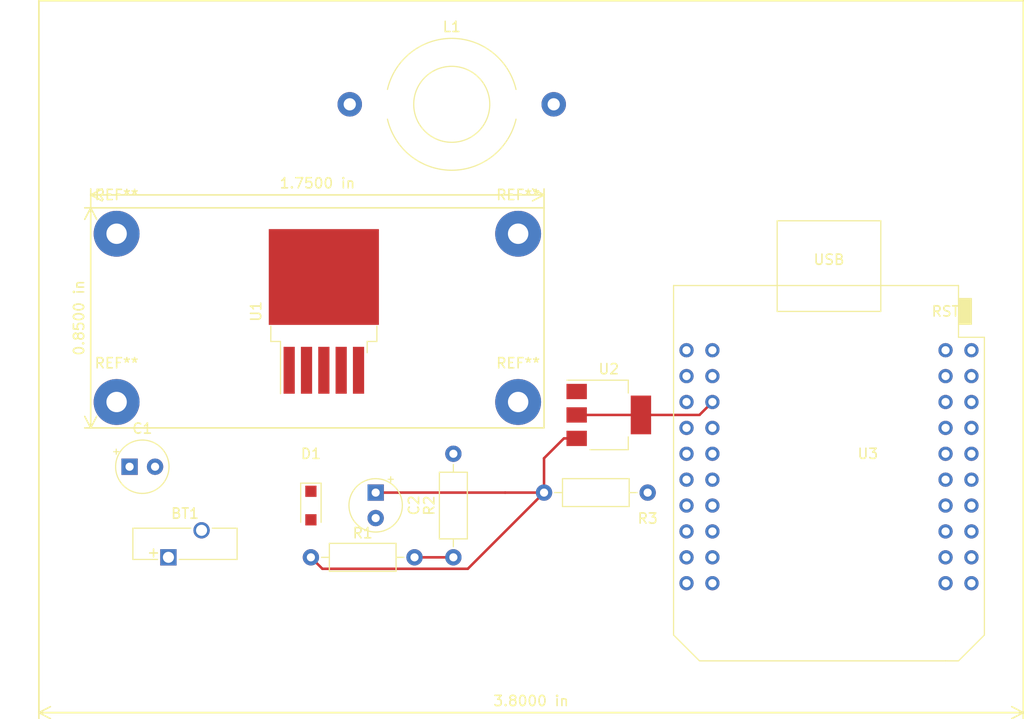
<source format=kicad_pcb>
(kicad_pcb (version 20171130) (host pcbnew 5.1.5+dfsg1-2build2)

  (general
    (thickness 1.6)
    (drawings 16)
    (tracks 13)
    (zones 0)
    (modules 15)
    (nets 43)
  )

  (page A4)
  (layers
    (0 F.Cu signal)
    (31 B.Cu signal)
    (32 B.Adhes user)
    (33 F.Adhes user)
    (34 B.Paste user)
    (35 F.Paste user)
    (36 B.SilkS user)
    (37 F.SilkS user)
    (38 B.Mask user)
    (39 F.Mask user)
    (40 Dwgs.User user)
    (41 Cmts.User user)
    (42 Eco1.User user)
    (43 Eco2.User user)
    (44 Edge.Cuts user)
    (45 Margin user)
    (46 B.CrtYd user)
    (47 F.CrtYd user)
    (48 B.Fab user)
    (49 F.Fab user)
  )

  (setup
    (last_trace_width 0.25)
    (trace_clearance 0.2)
    (zone_clearance 0.508)
    (zone_45_only no)
    (trace_min 0.2)
    (via_size 0.8)
    (via_drill 0.4)
    (via_min_size 0.4)
    (via_min_drill 0.3)
    (uvia_size 0.3)
    (uvia_drill 0.1)
    (uvias_allowed no)
    (uvia_min_size 0.2)
    (uvia_min_drill 0.1)
    (edge_width 0.1)
    (segment_width 0.2)
    (pcb_text_width 0.3)
    (pcb_text_size 1.5 1.5)
    (mod_edge_width 0.15)
    (mod_text_size 1 1)
    (mod_text_width 0.15)
    (pad_size 4.50088 4.50088)
    (pad_drill 2)
    (pad_to_mask_clearance 0)
    (aux_axis_origin 0 0)
    (visible_elements FFFFFF7F)
    (pcbplotparams
      (layerselection 0x010fc_ffffffff)
      (usegerberextensions false)
      (usegerberattributes false)
      (usegerberadvancedattributes false)
      (creategerberjobfile false)
      (excludeedgelayer true)
      (linewidth 0.100000)
      (plotframeref false)
      (viasonmask false)
      (mode 1)
      (useauxorigin false)
      (hpglpennumber 1)
      (hpglpenspeed 20)
      (hpglpendiameter 15.000000)
      (psnegative false)
      (psa4output false)
      (plotreference true)
      (plotvalue true)
      (plotinvisibletext false)
      (padsonsilk false)
      (subtractmaskfromsilk false)
      (outputformat 1)
      (mirror false)
      (drillshape 1)
      (scaleselection 1)
      (outputdirectory ""))
  )

  (net 0 "")
  (net 1 GND)
  (net 2 "Net-(BT1-Pad1)")
  (net 3 "Net-(C2-Pad1)")
  (net 4 "Net-(D1-Pad1)")
  (net 5 "Net-(R1-Pad2)")
  (net 6 "Net-(U2-Pad2)")
  (net 7 "Net-(U3-Pad40)")
  (net 8 "Net-(U3-Pad39)")
  (net 9 "Net-(U3-Pad38)")
  (net 10 "Net-(U3-Pad37)")
  (net 11 "Net-(U3-Pad36)")
  (net 12 "Net-(U3-Pad34)")
  (net 13 "Net-(U3-Pad32)")
  (net 14 "Net-(U3-Pad31)")
  (net 15 "Net-(U3-Pad30)")
  (net 16 "Net-(U3-Pad29)")
  (net 17 "Net-(U3-Pad28)")
  (net 18 "Net-(U3-Pad27)")
  (net 19 "Net-(U3-Pad26)")
  (net 20 "Net-(U3-Pad25)")
  (net 21 "Net-(U3-Pad24)")
  (net 22 "Net-(U3-Pad23)")
  (net 23 "Net-(U3-Pad21)")
  (net 24 "Net-(U3-Pad20)")
  (net 25 "Net-(U3-Pad19)")
  (net 26 "Net-(U3-Pad18)")
  (net 27 "Net-(U3-Pad17)")
  (net 28 "Net-(U3-Pad16)")
  (net 29 "Net-(U3-Pad15)")
  (net 30 "Net-(U3-Pad14)")
  (net 31 "Net-(U3-Pad13)")
  (net 32 "Net-(U3-Pad12)")
  (net 33 "Net-(U3-Pad11)")
  (net 34 "Net-(U3-Pad10)")
  (net 35 "Net-(U3-Pad9)")
  (net 36 "Net-(U3-Pad8)")
  (net 37 "Net-(U3-Pad7)")
  (net 38 "Net-(U3-Pad6)")
  (net 39 "Net-(U3-Pad5)")
  (net 40 "Net-(U3-Pad4)")
  (net 41 "Net-(U3-Pad3)")
  (net 42 "Net-(U3-Pad2)")

  (net_class Default "This is the default net class."
    (clearance 0.2)
    (trace_width 0.25)
    (via_dia 0.8)
    (via_drill 0.4)
    (uvia_dia 0.3)
    (uvia_drill 0.1)
    (add_net GND)
    (add_net "Net-(BT1-Pad1)")
    (add_net "Net-(C2-Pad1)")
    (add_net "Net-(D1-Pad1)")
    (add_net "Net-(R1-Pad2)")
    (add_net "Net-(U2-Pad2)")
    (add_net "Net-(U3-Pad10)")
    (add_net "Net-(U3-Pad11)")
    (add_net "Net-(U3-Pad12)")
    (add_net "Net-(U3-Pad13)")
    (add_net "Net-(U3-Pad14)")
    (add_net "Net-(U3-Pad15)")
    (add_net "Net-(U3-Pad16)")
    (add_net "Net-(U3-Pad17)")
    (add_net "Net-(U3-Pad18)")
    (add_net "Net-(U3-Pad19)")
    (add_net "Net-(U3-Pad2)")
    (add_net "Net-(U3-Pad20)")
    (add_net "Net-(U3-Pad21)")
    (add_net "Net-(U3-Pad23)")
    (add_net "Net-(U3-Pad24)")
    (add_net "Net-(U3-Pad25)")
    (add_net "Net-(U3-Pad26)")
    (add_net "Net-(U3-Pad27)")
    (add_net "Net-(U3-Pad28)")
    (add_net "Net-(U3-Pad29)")
    (add_net "Net-(U3-Pad3)")
    (add_net "Net-(U3-Pad30)")
    (add_net "Net-(U3-Pad31)")
    (add_net "Net-(U3-Pad32)")
    (add_net "Net-(U3-Pad34)")
    (add_net "Net-(U3-Pad36)")
    (add_net "Net-(U3-Pad37)")
    (add_net "Net-(U3-Pad38)")
    (add_net "Net-(U3-Pad39)")
    (add_net "Net-(U3-Pad4)")
    (add_net "Net-(U3-Pad40)")
    (add_net "Net-(U3-Pad5)")
    (add_net "Net-(U3-Pad6)")
    (add_net "Net-(U3-Pad7)")
    (add_net "Net-(U3-Pad8)")
    (add_net "Net-(U3-Pad9)")
  )

  (module Connector_Wire:SolderWirePad_1x01_Drill2mm (layer F.Cu) (tedit 5AEE5ED2) (tstamp 608281A4)
    (at 193.04 125.73)
    (descr "Wire solder connection")
    (tags connector)
    (attr virtual)
    (fp_text reference REF** (at 0 -3.81) (layer F.SilkS)
      (effects (font (size 1 1) (thickness 0.15)))
    )
    (fp_text value SolderWirePad_1x01_Drill2mm (at 0 3.81) (layer F.Fab)
      (effects (font (size 1 1) (thickness 0.15)))
    )
    (fp_line (start 2.75 2.75) (end -2.75 2.75) (layer F.CrtYd) (width 0.05))
    (fp_line (start 2.75 2.75) (end 2.75 -2.75) (layer F.CrtYd) (width 0.05))
    (fp_line (start -2.75 -2.75) (end -2.75 2.75) (layer F.CrtYd) (width 0.05))
    (fp_line (start -2.75 -2.75) (end 2.75 -2.75) (layer F.CrtYd) (width 0.05))
    (fp_text user %R (at 0 0) (layer F.Fab)
      (effects (font (size 1 1) (thickness 0.15)))
    )
    (pad 1 thru_hole circle (at 0 0) (size 4.50088 4.50088) (drill 1.99898) (layers *.Cu *.Mask))
  )

  (module Connector_Wire:SolderWirePad_1x01_Drill2mm (layer F.Cu) (tedit 5AEE5ED2) (tstamp 60828192)
    (at 232.41 125.73)
    (descr "Wire solder connection")
    (tags connector)
    (attr virtual)
    (fp_text reference REF** (at 0 -3.81) (layer F.SilkS)
      (effects (font (size 1 1) (thickness 0.15)))
    )
    (fp_text value SolderWirePad_1x01_Drill2mm (at 0 3.81) (layer F.Fab)
      (effects (font (size 1 1) (thickness 0.15)))
    )
    (fp_text user %R (at 0 0) (layer F.Fab)
      (effects (font (size 1 1) (thickness 0.15)))
    )
    (fp_line (start -2.75 -2.75) (end 2.75 -2.75) (layer F.CrtYd) (width 0.05))
    (fp_line (start -2.75 -2.75) (end -2.75 2.75) (layer F.CrtYd) (width 0.05))
    (fp_line (start 2.75 2.75) (end 2.75 -2.75) (layer F.CrtYd) (width 0.05))
    (fp_line (start 2.75 2.75) (end -2.75 2.75) (layer F.CrtYd) (width 0.05))
    (pad 1 thru_hole circle (at 0 0) (size 4.50088 4.50088) (drill 1.99898) (layers *.Cu *.Mask))
  )

  (module Connector_Wire:SolderWirePad_1x01_Drill2mm (layer F.Cu) (tedit 608468DD) (tstamp 60828173)
    (at 232.41 109.22)
    (descr "Wire solder connection")
    (tags connector)
    (attr virtual)
    (fp_text reference REF** (at 0 -3.81) (layer F.SilkS)
      (effects (font (size 1 1) (thickness 0.15)))
    )
    (fp_text value SolderWirePad_1x01_Drill2mm (at 0 3.81) (layer F.Fab)
      (effects (font (size 1 1) (thickness 0.15)))
    )
    (fp_line (start 2.75 2.75) (end -2.75 2.75) (layer F.CrtYd) (width 0.05))
    (fp_line (start 2.75 2.75) (end 2.75 -2.75) (layer F.CrtYd) (width 0.05))
    (fp_line (start -2.75 -2.75) (end -2.75 2.75) (layer F.CrtYd) (width 0.05))
    (fp_line (start -2.75 -2.75) (end 2.75 -2.75) (layer F.CrtYd) (width 0.05))
    (fp_text user %R (at 0 0) (layer F.Fab)
      (effects (font (size 1 1) (thickness 0.15)))
    )
    (pad 1 thru_hole circle (at 0 0) (size 4.50088 4.50088) (drill 2) (layers *.Cu *.Mask))
  )

  (module Connector_Wire:SolderWirePad_1x01_Drill2mm (layer F.Cu) (tedit 5AEE5ED2) (tstamp 60827C36)
    (at 193.04 109.22)
    (descr "Wire solder connection")
    (tags connector)
    (attr virtual)
    (fp_text reference REF** (at 0 -3.81) (layer F.SilkS)
      (effects (font (size 1 1) (thickness 0.15)))
    )
    (fp_text value SolderWirePad_1x01_Drill2mm (at 0 3.81) (layer F.Fab)
      (effects (font (size 1 1) (thickness 0.15)))
    )
    (fp_line (start 2.75 2.75) (end -2.75 2.75) (layer F.CrtYd) (width 0.05))
    (fp_line (start 2.75 2.75) (end 2.75 -2.75) (layer F.CrtYd) (width 0.05))
    (fp_line (start -2.75 -2.75) (end -2.75 2.75) (layer F.CrtYd) (width 0.05))
    (fp_line (start -2.75 -2.75) (end 2.75 -2.75) (layer F.CrtYd) (width 0.05))
    (fp_text user %R (at 0 0) (layer F.Fab)
      (effects (font (size 1 1) (thickness 0.15)))
    )
    (pad 1 thru_hole circle (at 0 0) (size 4.50088 4.50088) (drill 1.99898) (layers *.Cu *.Mask))
  )

  (module Battery:Battery_Panasonic_CR1025-VSK_Vertical_CircularHoles (layer F.Cu) (tedit 5C8577D9) (tstamp 6081A879)
    (at 198.12 140.97)
    (descr "Panasonic CR-1025/VSK battery, https://industrial.panasonic.com/cdbs/www-data/pdf2/AAA4000/AAA4000D140.pdf")
    (tags "battery CR-1025 coin cell vertical")
    (path /6080E9BF)
    (fp_text reference BT1 (at 1.625 -4.3) (layer F.SilkS)
      (effects (font (size 1 1) (thickness 0.15)))
    )
    (fp_text value 40.8V (at 1.625 1.7) (layer F.Fab)
      (effects (font (size 1 1) (thickness 0.15)))
    )
    (fp_text user %R (at 1.625 -1.3 180) (layer F.Fab)
      (effects (font (size 1 1) (thickness 0.15)))
    )
    (fp_line (start 4.31 -2.86) (end 6.735 -2.86) (layer F.SilkS) (width 0.12))
    (fp_line (start -3.485 -2.86) (end 2.19 -2.86) (layer F.SilkS) (width 0.12))
    (fp_line (start -3.485 0.21) (end -3.485 -2.86) (layer F.SilkS) (width 0.12))
    (fp_line (start 6.735 0.21) (end 6.735 -2.86) (layer F.SilkS) (width 0.12))
    (fp_line (start 1.06 0.21) (end 6.735 0.21) (layer F.SilkS) (width 0.12))
    (fp_line (start -3.485 0.21) (end -1.06 0.21) (layer F.SilkS) (width 0.12))
    (fp_line (start -3.63 -3.58) (end 6.88 -3.58) (layer F.CrtYd) (width 0.05))
    (fp_line (start -3.63 0.93) (end 6.88 0.93) (layer F.CrtYd) (width 0.05))
    (fp_line (start 6.88 -3.58) (end 6.88 0.93) (layer F.CrtYd) (width 0.05))
    (fp_line (start -3.63 -3.58) (end -3.63 0.93) (layer F.CrtYd) (width 0.05))
    (fp_line (start 6.625 -2.75) (end 6.625 0.1) (layer F.Fab) (width 0.1))
    (fp_line (start -3.375 -2.75) (end -3.375 0.1) (layer F.Fab) (width 0.1))
    (fp_line (start -3.375 -2.75) (end 6.625 -2.75) (layer F.Fab) (width 0.1))
    (fp_line (start -3.375 0.1) (end 6.625 0.1) (layer F.Fab) (width 0.1))
    (fp_text user + (at -1.46 -0.5) (layer F.SilkS)
      (effects (font (size 1 1) (thickness 0.15)))
    )
    (pad 2 thru_hole circle (at 3.25 -2.65) (size 1.6 1.6) (drill 1.09) (layers *.Cu *.Mask)
      (net 1 GND))
    (pad 1 thru_hole rect (at 0 0) (size 1.6 1.6) (drill 1.09) (layers *.Cu *.Mask)
      (net 2 "Net-(BT1-Pad1)"))
    (model ${KISYS3DMOD}/Battery.3dshapes/Battery_Panasonic_CR1025-VSK_Vertical_CircularHoles.wrl
      (at (xyz 0 0 0))
      (scale (xyz 1 1 1))
      (rotate (xyz 0 0 0))
    )
  )

  (module Capacitor_THT:CP_Radial_Tantal_D5.0mm_P2.50mm (layer F.Cu) (tedit 5AE50EF0) (tstamp 6081A887)
    (at 194.31 132.08)
    (descr "CP, Radial_Tantal series, Radial, pin pitch=2.50mm, , diameter=5.0mm, Tantal Electrolytic Capacitor, http://cdn-reichelt.de/documents/datenblatt/B300/TANTAL-TB-Serie%23.pdf")
    (tags "CP Radial_Tantal series Radial pin pitch 2.50mm  diameter 5.0mm Tantal Electrolytic Capacitor")
    (path /607F5D0A)
    (fp_text reference C1 (at 1.25 -3.75) (layer F.SilkS)
      (effects (font (size 1 1) (thickness 0.15)))
    )
    (fp_text value 470u (at 1.25 3.75) (layer F.Fab)
      (effects (font (size 1 1) (thickness 0.15)))
    )
    (fp_text user %R (at 1.25 0) (layer F.Fab)
      (effects (font (size 1 1) (thickness 0.15)))
    )
    (fp_line (start -1.304775 -1.725) (end -1.304775 -1.225) (layer F.SilkS) (width 0.12))
    (fp_line (start -1.554775 -1.475) (end -1.054775 -1.475) (layer F.SilkS) (width 0.12))
    (fp_line (start -0.633605 -1.3375) (end -0.633605 -0.8375) (layer F.Fab) (width 0.1))
    (fp_line (start -0.883605 -1.0875) (end -0.383605 -1.0875) (layer F.Fab) (width 0.1))
    (fp_circle (center 1.25 0) (end 4 0) (layer F.CrtYd) (width 0.05))
    (fp_circle (center 1.25 0) (end 3.87 0) (layer F.SilkS) (width 0.12))
    (fp_circle (center 1.25 0) (end 3.75 0) (layer F.Fab) (width 0.1))
    (pad 2 thru_hole circle (at 2.5 0) (size 1.6 1.6) (drill 0.8) (layers *.Cu *.Mask)
      (net 1 GND))
    (pad 1 thru_hole rect (at 0 0) (size 1.6 1.6) (drill 0.8) (layers *.Cu *.Mask)
      (net 2 "Net-(BT1-Pad1)"))
    (model ${KISYS3DMOD}/Capacitor_THT.3dshapes/CP_Radial_Tantal_D5.0mm_P2.50mm.wrl
      (at (xyz 0 0 0))
      (scale (xyz 1 1 1))
      (rotate (xyz 0 0 0))
    )
  )

  (module Capacitor_THT:CP_Radial_Tantal_D5.0mm_P2.50mm (layer F.Cu) (tedit 5AE50EF0) (tstamp 6081A895)
    (at 218.44 134.62 270)
    (descr "CP, Radial_Tantal series, Radial, pin pitch=2.50mm, , diameter=5.0mm, Tantal Electrolytic Capacitor, http://cdn-reichelt.de/documents/datenblatt/B300/TANTAL-TB-Serie%23.pdf")
    (tags "CP Radial_Tantal series Radial pin pitch 2.50mm  diameter 5.0mm Tantal Electrolytic Capacitor")
    (path /6080DECE)
    (fp_text reference C2 (at 1.25 -3.75 90) (layer F.SilkS)
      (effects (font (size 1 1) (thickness 0.15)))
    )
    (fp_text value 330u (at 1.25 3.75 90) (layer F.Fab)
      (effects (font (size 1 1) (thickness 0.15)))
    )
    (fp_circle (center 1.25 0) (end 3.75 0) (layer F.Fab) (width 0.1))
    (fp_circle (center 1.25 0) (end 3.87 0) (layer F.SilkS) (width 0.12))
    (fp_circle (center 1.25 0) (end 4 0) (layer F.CrtYd) (width 0.05))
    (fp_line (start -0.883605 -1.0875) (end -0.383605 -1.0875) (layer F.Fab) (width 0.1))
    (fp_line (start -0.633605 -1.3375) (end -0.633605 -0.8375) (layer F.Fab) (width 0.1))
    (fp_line (start -1.554775 -1.475) (end -1.054775 -1.475) (layer F.SilkS) (width 0.12))
    (fp_line (start -1.304775 -1.725) (end -1.304775 -1.225) (layer F.SilkS) (width 0.12))
    (fp_text user %R (at 1.25 0 90) (layer F.Fab)
      (effects (font (size 1 1) (thickness 0.15)))
    )
    (pad 1 thru_hole rect (at 0 0 270) (size 1.6 1.6) (drill 0.8) (layers *.Cu *.Mask)
      (net 3 "Net-(C2-Pad1)"))
    (pad 2 thru_hole circle (at 2.5 0 270) (size 1.6 1.6) (drill 0.8) (layers *.Cu *.Mask)
      (net 1 GND))
    (model ${KISYS3DMOD}/Capacitor_THT.3dshapes/CP_Radial_Tantal_D5.0mm_P2.50mm.wrl
      (at (xyz 0 0 0))
      (scale (xyz 1 1 1))
      (rotate (xyz 0 0 0))
    )
  )

  (module Diode_SMD:D_SOD-123F (layer F.Cu) (tedit 587F7769) (tstamp 6081A8AE)
    (at 212.09 135.89 270)
    (descr D_SOD-123F)
    (tags D_SOD-123F)
    (path /6080995B)
    (attr smd)
    (fp_text reference D1 (at -5.08 0 180) (layer F.SilkS)
      (effects (font (size 1 1) (thickness 0.15)))
    )
    (fp_text value MBRS360 (at 0 2.54 90) (layer F.Fab)
      (effects (font (size 1 1) (thickness 0.15)))
    )
    (fp_text user %R (at -3.81 0 180) (layer F.Fab)
      (effects (font (size 1 1) (thickness 0.15)))
    )
    (fp_line (start -2.2 -1) (end -2.2 1) (layer F.SilkS) (width 0.12))
    (fp_line (start 0.25 0) (end 0.75 0) (layer F.Fab) (width 0.1))
    (fp_line (start 0.25 0.4) (end -0.35 0) (layer F.Fab) (width 0.1))
    (fp_line (start 0.25 -0.4) (end 0.25 0.4) (layer F.Fab) (width 0.1))
    (fp_line (start -0.35 0) (end 0.25 -0.4) (layer F.Fab) (width 0.1))
    (fp_line (start -0.35 0) (end -0.35 0.55) (layer F.Fab) (width 0.1))
    (fp_line (start -0.35 0) (end -0.35 -0.55) (layer F.Fab) (width 0.1))
    (fp_line (start -0.75 0) (end -0.35 0) (layer F.Fab) (width 0.1))
    (fp_line (start -1.4 0.9) (end -1.4 -0.9) (layer F.Fab) (width 0.1))
    (fp_line (start 1.4 0.9) (end -1.4 0.9) (layer F.Fab) (width 0.1))
    (fp_line (start 1.4 -0.9) (end 1.4 0.9) (layer F.Fab) (width 0.1))
    (fp_line (start -1.4 -0.9) (end 1.4 -0.9) (layer F.Fab) (width 0.1))
    (fp_line (start -2.2 -1.15) (end 2.2 -1.15) (layer F.CrtYd) (width 0.05))
    (fp_line (start 2.2 -1.15) (end 2.2 1.15) (layer F.CrtYd) (width 0.05))
    (fp_line (start 2.2 1.15) (end -2.2 1.15) (layer F.CrtYd) (width 0.05))
    (fp_line (start -2.2 -1.15) (end -2.2 1.15) (layer F.CrtYd) (width 0.05))
    (fp_line (start -2.2 1) (end 1.65 1) (layer F.SilkS) (width 0.12))
    (fp_line (start -2.2 -1) (end 1.65 -1) (layer F.SilkS) (width 0.12))
    (pad 1 smd rect (at -1.4 0 270) (size 1.1 1.1) (layers F.Cu F.Paste F.Mask)
      (net 4 "Net-(D1-Pad1)"))
    (pad 2 smd rect (at 1.4 0 270) (size 1.1 1.1) (layers F.Cu F.Paste F.Mask)
      (net 1 GND))
    (model ${KISYS3DMOD}/Diode_SMD.3dshapes/D_SOD-123F.wrl
      (at (xyz 0 0 0))
      (scale (xyz 1 1 1))
      (rotate (xyz 0 0 0))
    )
  )

  (module Inductor_THT:L_Toroid_Horizontal_D12.7mm_P20.00mm_Diameter14-5mm_Amidon-T50 (layer F.Cu) (tedit 5AE59B06) (tstamp 6081B676)
    (at 215.9 96.52)
    (descr "L_Toroid, Horizontal series, Radial, pin pitch=20.00mm, , diameter=12.7mm, Diameter14-5mm, Amidon-T50")
    (tags "L_Toroid Horizontal series Radial pin pitch 20.00mm  diameter 12.7mm Diameter14-5mm Amidon-T50")
    (path /607FD434)
    (fp_text reference L1 (at 10 -7.6) (layer F.SilkS)
      (effects (font (size 1 1) (thickness 0.15)))
    )
    (fp_text value 47u (at 10 7.6) (layer F.Fab)
      (effects (font (size 1 1) (thickness 0.15)))
    )
    (fp_arc (start 10 0) (end 3.696882 -1.46) (angle 153.916984) (layer F.SilkS) (width 0.12))
    (fp_arc (start 10 0) (end 3.696882 1.46) (angle -153.916984) (layer F.SilkS) (width 0.12))
    (fp_circle (center 10 0) (end 16.35 0) (layer F.Fab) (width 0.1))
    (fp_circle (center 10 0) (end 13.8481 0) (layer F.Fab) (width 0.1))
    (fp_circle (center 10 0) (end 13.7281 0) (layer F.SilkS) (width 0.12))
    (fp_line (start 16.3406 0) (end 13.673097 0.984173) (layer F.Fab) (width 0.1))
    (fp_line (start 15.49117 3.170215) (end 12.68895 2.688826) (layer F.Fab) (width 0.1))
    (fp_line (start 13.17047 5.491023) (end 10.984343 3.673051) (layer F.Fab) (width 0.1))
    (fp_line (start 10.000294 6.3406) (end 9.015997 3.673143) (layer F.Fab) (width 0.1))
    (fp_line (start 6.830039 5.491316) (end 7.311299 2.689075) (layer F.Fab) (width 0.1))
    (fp_line (start 4.509124 3.170724) (end 6.326994 0.984513) (layer F.Fab) (width 0.1))
    (fp_line (start 3.6594 0.000587) (end 6.326812 -0.983833) (layer F.Fab) (width 0.1))
    (fp_line (start 4.508537 -3.169706) (end 7.310801 -2.688577) (layer F.Fab) (width 0.1))
    (fp_line (start 6.829022 -5.490729) (end 9.015317 -3.67296) (layer F.Fab) (width 0.1))
    (fp_line (start 9.999119 -6.3406) (end 10.983662 -3.673234) (layer F.Fab) (width 0.1))
    (fp_line (start 13.169452 -5.49161) (end 12.688452 -2.689324) (layer F.Fab) (width 0.1))
    (fp_line (start 15.490582 -3.171233) (end 13.672915 -0.984854) (layer F.Fab) (width 0.1))
    (fp_line (start 16.3406 -0.001175) (end 13.673279 0.983492) (layer F.Fab) (width 0.1))
    (fp_line (start -1.45 -6.6) (end -1.45 6.6) (layer F.CrtYd) (width 0.05))
    (fp_line (start -1.45 6.6) (end 21.45 6.6) (layer F.CrtYd) (width 0.05))
    (fp_line (start 21.45 6.6) (end 21.45 -6.6) (layer F.CrtYd) (width 0.05))
    (fp_line (start 21.45 -6.6) (end -1.45 -6.6) (layer F.CrtYd) (width 0.05))
    (fp_text user %R (at 10 0) (layer F.Fab)
      (effects (font (size 1 1) (thickness 0.15)))
    )
    (pad 1 thru_hole circle (at 0 0) (size 2.4 2.4) (drill 1.2) (layers *.Cu *.Mask)
      (net 4 "Net-(D1-Pad1)"))
    (pad 2 thru_hole circle (at 20 0) (size 2.4 2.4) (drill 1.2) (layers *.Cu *.Mask)
      (net 3 "Net-(C2-Pad1)"))
    (model ${KISYS3DMOD}/Inductor_THT.3dshapes/L_Toroid_Horizontal_D12.7mm_P20.00mm_Diameter14-5mm_Amidon-T50.wrl
      (at (xyz 0 0 0))
      (scale (xyz 1 1 1))
      (rotate (xyz 0 0 0))
    )
  )

  (module Resistor_THT:R_Axial_DIN0207_L6.3mm_D2.5mm_P10.16mm_Horizontal (layer F.Cu) (tedit 5AE5139B) (tstamp 6081A8E2)
    (at 212.09 140.97)
    (descr "Resistor, Axial_DIN0207 series, Axial, Horizontal, pin pitch=10.16mm, 0.25W = 1/4W, length*diameter=6.3*2.5mm^2, http://cdn-reichelt.de/documents/datenblatt/B400/1_4W%23YAG.pdf")
    (tags "Resistor Axial_DIN0207 series Axial Horizontal pin pitch 10.16mm 0.25W = 1/4W length 6.3mm diameter 2.5mm")
    (path /607FAB01)
    (fp_text reference R1 (at 5.08 -2.37) (layer F.SilkS)
      (effects (font (size 1 1) (thickness 0.15)))
    )
    (fp_text value 6.12k (at 5.08 2.37) (layer F.Fab)
      (effects (font (size 1 1) (thickness 0.15)))
    )
    (fp_line (start 1.93 -1.25) (end 1.93 1.25) (layer F.Fab) (width 0.1))
    (fp_line (start 1.93 1.25) (end 8.23 1.25) (layer F.Fab) (width 0.1))
    (fp_line (start 8.23 1.25) (end 8.23 -1.25) (layer F.Fab) (width 0.1))
    (fp_line (start 8.23 -1.25) (end 1.93 -1.25) (layer F.Fab) (width 0.1))
    (fp_line (start 0 0) (end 1.93 0) (layer F.Fab) (width 0.1))
    (fp_line (start 10.16 0) (end 8.23 0) (layer F.Fab) (width 0.1))
    (fp_line (start 1.81 -1.37) (end 1.81 1.37) (layer F.SilkS) (width 0.12))
    (fp_line (start 1.81 1.37) (end 8.35 1.37) (layer F.SilkS) (width 0.12))
    (fp_line (start 8.35 1.37) (end 8.35 -1.37) (layer F.SilkS) (width 0.12))
    (fp_line (start 8.35 -1.37) (end 1.81 -1.37) (layer F.SilkS) (width 0.12))
    (fp_line (start 1.04 0) (end 1.81 0) (layer F.SilkS) (width 0.12))
    (fp_line (start 9.12 0) (end 8.35 0) (layer F.SilkS) (width 0.12))
    (fp_line (start -1.05 -1.5) (end -1.05 1.5) (layer F.CrtYd) (width 0.05))
    (fp_line (start -1.05 1.5) (end 11.21 1.5) (layer F.CrtYd) (width 0.05))
    (fp_line (start 11.21 1.5) (end 11.21 -1.5) (layer F.CrtYd) (width 0.05))
    (fp_line (start 11.21 -1.5) (end -1.05 -1.5) (layer F.CrtYd) (width 0.05))
    (fp_text user %R (at 5.08 0) (layer F.Fab)
      (effects (font (size 1 1) (thickness 0.15)))
    )
    (pad 1 thru_hole circle (at 0 0) (size 1.6 1.6) (drill 0.8) (layers *.Cu *.Mask)
      (net 3 "Net-(C2-Pad1)"))
    (pad 2 thru_hole oval (at 10.16 0) (size 1.6 1.6) (drill 0.8) (layers *.Cu *.Mask)
      (net 5 "Net-(R1-Pad2)"))
    (model ${KISYS3DMOD}/Resistor_THT.3dshapes/R_Axial_DIN0207_L6.3mm_D2.5mm_P10.16mm_Horizontal.wrl
      (at (xyz 0 0 0))
      (scale (xyz 1 1 1))
      (rotate (xyz 0 0 0))
    )
  )

  (module Resistor_THT:R_Axial_DIN0207_L6.3mm_D2.5mm_P10.16mm_Horizontal (layer F.Cu) (tedit 5AE5139B) (tstamp 6081A8F9)
    (at 226.06 140.97 90)
    (descr "Resistor, Axial_DIN0207 series, Axial, Horizontal, pin pitch=10.16mm, 0.25W = 1/4W, length*diameter=6.3*2.5mm^2, http://cdn-reichelt.de/documents/datenblatt/B400/1_4W%23YAG.pdf")
    (tags "Resistor Axial_DIN0207 series Axial Horizontal pin pitch 10.16mm 0.25W = 1/4W length 6.3mm diameter 2.5mm")
    (path /6082D0F8)
    (fp_text reference R2 (at 5.08 -2.37 90) (layer F.SilkS)
      (effects (font (size 1 1) (thickness 0.15)))
    )
    (fp_text value 2k (at 5.08 2.37 90) (layer F.Fab)
      (effects (font (size 1 1) (thickness 0.15)))
    )
    (fp_text user %R (at 5.08 0 90) (layer F.Fab)
      (effects (font (size 1 1) (thickness 0.15)))
    )
    (fp_line (start 11.21 -1.5) (end -1.05 -1.5) (layer F.CrtYd) (width 0.05))
    (fp_line (start 11.21 1.5) (end 11.21 -1.5) (layer F.CrtYd) (width 0.05))
    (fp_line (start -1.05 1.5) (end 11.21 1.5) (layer F.CrtYd) (width 0.05))
    (fp_line (start -1.05 -1.5) (end -1.05 1.5) (layer F.CrtYd) (width 0.05))
    (fp_line (start 9.12 0) (end 8.35 0) (layer F.SilkS) (width 0.12))
    (fp_line (start 1.04 0) (end 1.81 0) (layer F.SilkS) (width 0.12))
    (fp_line (start 8.35 -1.37) (end 1.81 -1.37) (layer F.SilkS) (width 0.12))
    (fp_line (start 8.35 1.37) (end 8.35 -1.37) (layer F.SilkS) (width 0.12))
    (fp_line (start 1.81 1.37) (end 8.35 1.37) (layer F.SilkS) (width 0.12))
    (fp_line (start 1.81 -1.37) (end 1.81 1.37) (layer F.SilkS) (width 0.12))
    (fp_line (start 10.16 0) (end 8.23 0) (layer F.Fab) (width 0.1))
    (fp_line (start 0 0) (end 1.93 0) (layer F.Fab) (width 0.1))
    (fp_line (start 8.23 -1.25) (end 1.93 -1.25) (layer F.Fab) (width 0.1))
    (fp_line (start 8.23 1.25) (end 8.23 -1.25) (layer F.Fab) (width 0.1))
    (fp_line (start 1.93 1.25) (end 8.23 1.25) (layer F.Fab) (width 0.1))
    (fp_line (start 1.93 -1.25) (end 1.93 1.25) (layer F.Fab) (width 0.1))
    (pad 2 thru_hole oval (at 10.16 0 90) (size 1.6 1.6) (drill 0.8) (layers *.Cu *.Mask)
      (net 1 GND))
    (pad 1 thru_hole circle (at 0 0 90) (size 1.6 1.6) (drill 0.8) (layers *.Cu *.Mask)
      (net 5 "Net-(R1-Pad2)"))
    (model ${KISYS3DMOD}/Resistor_THT.3dshapes/R_Axial_DIN0207_L6.3mm_D2.5mm_P10.16mm_Horizontal.wrl
      (at (xyz 0 0 0))
      (scale (xyz 1 1 1))
      (rotate (xyz 0 0 0))
    )
  )

  (module Resistor_THT:R_Axial_DIN0207_L6.3mm_D2.5mm_P10.16mm_Horizontal (layer F.Cu) (tedit 5AE5139B) (tstamp 6081A910)
    (at 234.95 134.62)
    (descr "Resistor, Axial_DIN0207 series, Axial, Horizontal, pin pitch=10.16mm, 0.25W = 1/4W, length*diameter=6.3*2.5mm^2, http://cdn-reichelt.de/documents/datenblatt/B400/1_4W%23YAG.pdf")
    (tags "Resistor Axial_DIN0207 series Axial Horizontal pin pitch 10.16mm 0.25W = 1/4W length 6.3mm diameter 2.5mm")
    (path /60830726)
    (fp_text reference R3 (at 10.16 2.54) (layer F.SilkS)
      (effects (font (size 1 1) (thickness 0.15)))
    )
    (fp_text value 1.6k (at 5.08 2.37) (layer F.Fab)
      (effects (font (size 1 1) (thickness 0.15)))
    )
    (fp_line (start 1.93 -1.25) (end 1.93 1.25) (layer F.Fab) (width 0.1))
    (fp_line (start 1.93 1.25) (end 8.23 1.25) (layer F.Fab) (width 0.1))
    (fp_line (start 8.23 1.25) (end 8.23 -1.25) (layer F.Fab) (width 0.1))
    (fp_line (start 8.23 -1.25) (end 1.93 -1.25) (layer F.Fab) (width 0.1))
    (fp_line (start 0 0) (end 1.93 0) (layer F.Fab) (width 0.1))
    (fp_line (start 10.16 0) (end 8.23 0) (layer F.Fab) (width 0.1))
    (fp_line (start 1.81 -1.37) (end 1.81 1.37) (layer F.SilkS) (width 0.12))
    (fp_line (start 1.81 1.37) (end 8.35 1.37) (layer F.SilkS) (width 0.12))
    (fp_line (start 8.35 1.37) (end 8.35 -1.37) (layer F.SilkS) (width 0.12))
    (fp_line (start 8.35 -1.37) (end 1.81 -1.37) (layer F.SilkS) (width 0.12))
    (fp_line (start 1.04 0) (end 1.81 0) (layer F.SilkS) (width 0.12))
    (fp_line (start 9.12 0) (end 8.35 0) (layer F.SilkS) (width 0.12))
    (fp_line (start -1.05 -1.5) (end -1.05 1.5) (layer F.CrtYd) (width 0.05))
    (fp_line (start -1.05 1.5) (end 11.21 1.5) (layer F.CrtYd) (width 0.05))
    (fp_line (start 11.21 1.5) (end 11.21 -1.5) (layer F.CrtYd) (width 0.05))
    (fp_line (start 11.21 -1.5) (end -1.05 -1.5) (layer F.CrtYd) (width 0.05))
    (fp_text user %R (at 5.08 0) (layer F.Fab)
      (effects (font (size 1 1) (thickness 0.15)))
    )
    (pad 1 thru_hole circle (at 0 0) (size 1.6 1.6) (drill 0.8) (layers *.Cu *.Mask)
      (net 3 "Net-(C2-Pad1)"))
    (pad 2 thru_hole oval (at 10.16 0) (size 1.6 1.6) (drill 0.8) (layers *.Cu *.Mask)
      (net 1 GND))
    (model ${KISYS3DMOD}/Resistor_THT.3dshapes/R_Axial_DIN0207_L6.3mm_D2.5mm_P10.16mm_Horizontal.wrl
      (at (xyz 0 0 0))
      (scale (xyz 1 1 1))
      (rotate (xyz 0 0 0))
    )
  )

  (module Package_TO_SOT_SMD:TO-263-5_TabPin3 (layer F.Cu) (tedit 5A70FBB6) (tstamp 6081A940)
    (at 213.36 116.84 90)
    (descr "TO-263 / D2PAK / DDPAK SMD package, http://www.infineon.com/cms/en/product/packages/PG-TO263/PG-TO263-5-1/")
    (tags "D2PAK DDPAK TO-263 D2PAK-5 TO-263-5 SOT-426")
    (path /60776558)
    (attr smd)
    (fp_text reference U1 (at 0 -6.65 90) (layer F.SilkS)
      (effects (font (size 1 1) (thickness 0.15)))
    )
    (fp_text value LM2596HVS (at 0 6.65 90) (layer F.Fab)
      (effects (font (size 1 1) (thickness 0.15)))
    )
    (fp_text user %R (at 0 0 90) (layer F.Fab)
      (effects (font (size 1 1) (thickness 0.15)))
    )
    (fp_line (start 8.32 -5.65) (end -8.32 -5.65) (layer F.CrtYd) (width 0.05))
    (fp_line (start 8.32 5.65) (end 8.32 -5.65) (layer F.CrtYd) (width 0.05))
    (fp_line (start -8.32 5.65) (end 8.32 5.65) (layer F.CrtYd) (width 0.05))
    (fp_line (start -8.32 -5.65) (end -8.32 5.65) (layer F.CrtYd) (width 0.05))
    (fp_line (start -2.95 4.25) (end -4.05 4.25) (layer F.SilkS) (width 0.12))
    (fp_line (start -2.95 5.2) (end -2.95 4.25) (layer F.SilkS) (width 0.12))
    (fp_line (start -1.45 5.2) (end -2.95 5.2) (layer F.SilkS) (width 0.12))
    (fp_line (start -2.95 -4.25) (end -8.075 -4.25) (layer F.SilkS) (width 0.12))
    (fp_line (start -2.95 -5.2) (end -2.95 -4.25) (layer F.SilkS) (width 0.12))
    (fp_line (start -1.45 -5.2) (end -2.95 -5.2) (layer F.SilkS) (width 0.12))
    (fp_line (start -7.45 3.8) (end -2.75 3.8) (layer F.Fab) (width 0.1))
    (fp_line (start -7.45 3) (end -7.45 3.8) (layer F.Fab) (width 0.1))
    (fp_line (start -2.75 3) (end -7.45 3) (layer F.Fab) (width 0.1))
    (fp_line (start -7.45 2.1) (end -2.75 2.1) (layer F.Fab) (width 0.1))
    (fp_line (start -7.45 1.3) (end -7.45 2.1) (layer F.Fab) (width 0.1))
    (fp_line (start -2.75 1.3) (end -7.45 1.3) (layer F.Fab) (width 0.1))
    (fp_line (start -7.45 0.4) (end -2.75 0.4) (layer F.Fab) (width 0.1))
    (fp_line (start -7.45 -0.4) (end -7.45 0.4) (layer F.Fab) (width 0.1))
    (fp_line (start -2.75 -0.4) (end -7.45 -0.4) (layer F.Fab) (width 0.1))
    (fp_line (start -7.45 -1.3) (end -2.75 -1.3) (layer F.Fab) (width 0.1))
    (fp_line (start -7.45 -2.1) (end -7.45 -1.3) (layer F.Fab) (width 0.1))
    (fp_line (start -2.75 -2.1) (end -7.45 -2.1) (layer F.Fab) (width 0.1))
    (fp_line (start -7.45 -3) (end -2.75 -3) (layer F.Fab) (width 0.1))
    (fp_line (start -7.45 -3.8) (end -7.45 -3) (layer F.Fab) (width 0.1))
    (fp_line (start -2.75 -3.8) (end -7.45 -3.8) (layer F.Fab) (width 0.1))
    (fp_line (start -1.75 -5) (end 6.5 -5) (layer F.Fab) (width 0.1))
    (fp_line (start -2.75 -4) (end -1.75 -5) (layer F.Fab) (width 0.1))
    (fp_line (start -2.75 5) (end -2.75 -4) (layer F.Fab) (width 0.1))
    (fp_line (start 6.5 5) (end -2.75 5) (layer F.Fab) (width 0.1))
    (fp_line (start 6.5 -5) (end 6.5 5) (layer F.Fab) (width 0.1))
    (fp_line (start 7.5 5) (end 6.5 5) (layer F.Fab) (width 0.1))
    (fp_line (start 7.5 -5) (end 7.5 5) (layer F.Fab) (width 0.1))
    (fp_line (start 6.5 -5) (end 7.5 -5) (layer F.Fab) (width 0.1))
    (pad "" smd rect (at 0.95 2.775 90) (size 4.55 5.25) (layers F.Paste))
    (pad "" smd rect (at 5.8 -2.775 90) (size 4.55 5.25) (layers F.Paste))
    (pad "" smd rect (at 0.95 -2.775 90) (size 4.55 5.25) (layers F.Paste))
    (pad "" smd rect (at 5.8 2.775 90) (size 4.55 5.25) (layers F.Paste))
    (pad 3 smd rect (at 3.375 0 90) (size 9.4 10.8) (layers F.Cu F.Mask)
      (net 1 GND))
    (pad 5 smd rect (at -5.775 3.4 90) (size 4.6 1.1) (layers F.Cu F.Paste F.Mask)
      (net 5 "Net-(R1-Pad2)"))
    (pad 4 smd rect (at -5.775 1.7 90) (size 4.6 1.1) (layers F.Cu F.Paste F.Mask)
      (net 1 GND))
    (pad 3 smd rect (at -5.775 0 90) (size 4.6 1.1) (layers F.Cu F.Paste F.Mask)
      (net 1 GND))
    (pad 2 smd rect (at -5.775 -1.7 90) (size 4.6 1.1) (layers F.Cu F.Paste F.Mask)
      (net 4 "Net-(D1-Pad1)"))
    (pad 1 smd rect (at -5.775 -3.4 90) (size 4.6 1.1) (layers F.Cu F.Paste F.Mask)
      (net 2 "Net-(BT1-Pad1)"))
    (model ${KISYS3DMOD}/Package_TO_SOT_SMD.3dshapes/TO-263-5_TabPin3.wrl
      (at (xyz 0 0 0))
      (scale (xyz 1 1 1))
      (rotate (xyz 0 0 0))
    )
  )

  (module Package_TO_SOT_SMD:SOT-223-3_TabPin2 (layer F.Cu) (tedit 5A02FF57) (tstamp 6081A956)
    (at 241.3 127)
    (descr "module CMS SOT223 4 pins")
    (tags "CMS SOT")
    (path /6082FB8F)
    (attr smd)
    (fp_text reference U2 (at 0 -4.5) (layer F.SilkS)
      (effects (font (size 1 1) (thickness 0.15)))
    )
    (fp_text value AMS1117-5.0 (at 0 4.5) (layer F.Fab)
      (effects (font (size 1 1) (thickness 0.15)))
    )
    (fp_text user %R (at 0 0 90) (layer F.Fab)
      (effects (font (size 0.8 0.8) (thickness 0.12)))
    )
    (fp_line (start 1.91 3.41) (end 1.91 2.15) (layer F.SilkS) (width 0.12))
    (fp_line (start 1.91 -3.41) (end 1.91 -2.15) (layer F.SilkS) (width 0.12))
    (fp_line (start 4.4 -3.6) (end -4.4 -3.6) (layer F.CrtYd) (width 0.05))
    (fp_line (start 4.4 3.6) (end 4.4 -3.6) (layer F.CrtYd) (width 0.05))
    (fp_line (start -4.4 3.6) (end 4.4 3.6) (layer F.CrtYd) (width 0.05))
    (fp_line (start -4.4 -3.6) (end -4.4 3.6) (layer F.CrtYd) (width 0.05))
    (fp_line (start -1.85 -2.35) (end -0.85 -3.35) (layer F.Fab) (width 0.1))
    (fp_line (start -1.85 -2.35) (end -1.85 3.35) (layer F.Fab) (width 0.1))
    (fp_line (start -1.85 3.41) (end 1.91 3.41) (layer F.SilkS) (width 0.12))
    (fp_line (start -0.85 -3.35) (end 1.85 -3.35) (layer F.Fab) (width 0.1))
    (fp_line (start -4.1 -3.41) (end 1.91 -3.41) (layer F.SilkS) (width 0.12))
    (fp_line (start -1.85 3.35) (end 1.85 3.35) (layer F.Fab) (width 0.1))
    (fp_line (start 1.85 -3.35) (end 1.85 3.35) (layer F.Fab) (width 0.1))
    (pad 2 smd rect (at 3.15 0) (size 2 3.8) (layers F.Cu F.Paste F.Mask)
      (net 6 "Net-(U2-Pad2)"))
    (pad 2 smd rect (at -3.15 0) (size 2 1.5) (layers F.Cu F.Paste F.Mask)
      (net 6 "Net-(U2-Pad2)"))
    (pad 3 smd rect (at -3.15 2.3) (size 2 1.5) (layers F.Cu F.Paste F.Mask)
      (net 3 "Net-(C2-Pad1)"))
    (pad 1 smd rect (at -3.15 -2.3) (size 2 1.5) (layers F.Cu F.Paste F.Mask)
      (net 1 GND))
    (model ${KISYS3DMOD}/Package_TO_SOT_SMD.3dshapes/SOT-223.wrl
      (at (xyz 0 0 0))
      (scale (xyz 1 1 1))
      (rotate (xyz 0 0 0))
    )
  )

  (module ESP32_mini:ESP32_mini (layer F.Cu) (tedit 5F536902) (tstamp 6081A9AB)
    (at 262.89 132.08 180)
    (path /607E1AED)
    (fp_text reference U3 (at -3.81 1.27) (layer F.SilkS)
      (effects (font (size 1 1) (thickness 0.15)))
    )
    (fp_text value mini_esp32 (at 0 -1.27) (layer F.Fab)
      (effects (font (size 1 1) (thickness 0.15)))
    )
    (fp_text user IO_02 (at 12.7 13.335) (layer Dwgs.User)
      (effects (font (size 0.5 0.5) (thickness 0.125)))
    )
    (fp_text user PWR (at 12.573 15.875) (layer Dwgs.User)
      (effects (font (size 0.5 0.5) (thickness 0.125)))
    )
    (fp_line (start 13.97 12.7) (end 11.43 12.7) (layer Dwgs.User) (width 0.12))
    (fp_line (start 13.97 13.97) (end 13.97 12.7) (layer Dwgs.User) (width 0.12))
    (fp_line (start 11.43 13.97) (end 13.97 13.97) (layer Dwgs.User) (width 0.12))
    (fp_line (start 11.43 12.7) (end 11.43 13.97) (layer Dwgs.User) (width 0.12))
    (fp_line (start 13.97 15.24) (end 13.97 16.51) (layer Dwgs.User) (width 0.12))
    (fp_line (start 11.43 15.24) (end 13.97 15.24) (layer Dwgs.User) (width 0.12))
    (fp_line (start 11.43 16.51) (end 11.43 15.24) (layer Dwgs.User) (width 0.12))
    (fp_line (start 13.97 16.51) (end 11.43 16.51) (layer Dwgs.User) (width 0.12))
    (fp_line (start 5.08 15.24) (end 5.08 17.78) (layer F.SilkS) (width 0.12))
    (fp_line (start -5.08 15.24) (end 5.08 15.24) (layer F.SilkS) (width 0.12))
    (fp_line (start -5.08 17.78) (end -5.08 15.24) (layer F.SilkS) (width 0.12))
    (fp_line (start 5.08 24.13) (end 5.08 17.78) (layer F.SilkS) (width 0.12))
    (fp_line (start -5.08 24.13) (end 5.08 24.13) (layer F.SilkS) (width 0.12))
    (fp_line (start -5.08 17.78) (end -5.08 24.13) (layer F.SilkS) (width 0.12))
    (fp_line (start -12.7 17.78) (end 15.24 17.78) (layer F.SilkS) (width 0.12))
    (fp_text user USB (at 0 20.32) (layer F.SilkS)
      (effects (font (size 1 1) (thickness 0.15)))
    )
    (fp_text user "NO COPPER - KEEP OUT" (at 0 -15.24) (layer Dwgs.User)
      (effects (font (size 1 1) (thickness 0.15)))
    )
    (fp_line (start 15.24 -16.51) (end 11.43 -12.7) (layer Dwgs.User) (width 0.12))
    (fp_line (start 12.7 -19.05) (end 6.35 -12.7) (layer Dwgs.User) (width 0.12))
    (fp_line (start 8.89 -19.05) (end 2.54 -12.7) (layer Dwgs.User) (width 0.12))
    (fp_line (start 5.08 -19.05) (end -1.27 -12.7) (layer Dwgs.User) (width 0.12))
    (fp_line (start 1.27 -19.05) (end -5.08 -12.7) (layer Dwgs.User) (width 0.12))
    (fp_line (start -2.54 -19.05) (end -8.89 -12.7) (layer Dwgs.User) (width 0.12))
    (fp_line (start -6.35 -19.05) (end -12.7 -12.7) (layer Dwgs.User) (width 0.12))
    (fp_line (start -10.16 -19.05) (end -15.24 -13.97) (layer Dwgs.User) (width 0.12))
    (fp_line (start -15.24 -19.05) (end -15.24 -12.7) (layer Dwgs.User) (width 0.12))
    (fp_line (start 15.24 -19.05) (end -15.24 -19.05) (layer Dwgs.User) (width 0.12))
    (fp_line (start 15.24 -12.7) (end 15.24 -19.05) (layer Dwgs.User) (width 0.12))
    (fp_line (start -15.24 -12.7) (end 15.24 -12.7) (layer Dwgs.User) (width 0.12))
    (fp_text user RST (at -11.43 15.24) (layer F.SilkS)
      (effects (font (size 1 1) (thickness 0.15)))
    )
    (fp_poly (pts (xy -13.97 16.51) (xy -13.97 13.97) (xy -12.7 13.97) (xy -12.7 16.51)) (layer F.SilkS) (width 0.1))
    (fp_line (start -15.24 12.7) (end -12.7 12.7) (layer F.SilkS) (width 0.12))
    (fp_line (start -15.24 -16.51) (end -15.24 12.7) (layer F.SilkS) (width 0.12))
    (fp_line (start 15.24 -16.51) (end 15.24 17.78) (layer F.SilkS) (width 0.12))
    (fp_line (start -12.7 -19.05) (end -11.43 -19.05) (layer F.SilkS) (width 0.12))
    (fp_line (start -12.7 -19.05) (end -15.24 -16.51) (layer F.SilkS) (width 0.12))
    (fp_line (start 12.7 -19.05) (end 15.24 -16.51) (layer F.SilkS) (width 0.12))
    (fp_line (start 12.7 -19.05) (end -11.43 -19.05) (layer F.SilkS) (width 0.12))
    (fp_line (start -12.7 12.7) (end -12.7 17.78) (layer F.SilkS) (width 0.12))
    (pad 40 thru_hole circle (at 13.97 11.43 90) (size 1.4 1.4) (drill 0.8) (layers *.Cu *.Mask)
      (net 7 "Net-(U3-Pad40)"))
    (pad 39 thru_hole circle (at 11.43 11.43 90) (size 1.4 1.4) (drill 0.8) (layers *.Cu *.Mask)
      (net 8 "Net-(U3-Pad39)"))
    (pad 38 thru_hole circle (at 13.97 8.89 90) (size 1.4 1.4) (drill 0.8) (layers *.Cu *.Mask)
      (net 9 "Net-(U3-Pad38)"))
    (pad 37 thru_hole circle (at 11.43 8.89 90) (size 1.4 1.4) (drill 0.8) (layers *.Cu *.Mask)
      (net 10 "Net-(U3-Pad37)"))
    (pad 36 thru_hole circle (at 13.97 6.35 90) (size 1.4 1.4) (drill 0.8) (layers *.Cu *.Mask)
      (net 11 "Net-(U3-Pad36)"))
    (pad 35 thru_hole circle (at 11.43 6.35 90) (size 1.4 1.4) (drill 0.8) (layers *.Cu *.Mask)
      (net 6 "Net-(U2-Pad2)"))
    (pad 34 thru_hole circle (at 13.97 3.81 90) (size 1.4 1.4) (drill 0.8) (layers *.Cu *.Mask)
      (net 12 "Net-(U3-Pad34)"))
    (pad 33 thru_hole circle (at 11.43 3.81 90) (size 1.4 1.4) (drill 0.8) (layers *.Cu *.Mask)
      (net 1 GND))
    (pad 32 thru_hole circle (at 13.97 1.27 90) (size 1.4 1.4) (drill 0.8) (layers *.Cu *.Mask)
      (net 13 "Net-(U3-Pad32)"))
    (pad 31 thru_hole circle (at 11.43 1.27 90) (size 1.4 1.4) (drill 0.8) (layers *.Cu *.Mask)
      (net 14 "Net-(U3-Pad31)"))
    (pad 30 thru_hole circle (at 13.97 -1.27 90) (size 1.4 1.4) (drill 0.8) (layers *.Cu *.Mask)
      (net 15 "Net-(U3-Pad30)"))
    (pad 29 thru_hole circle (at 11.43 -1.27 90) (size 1.4 1.4) (drill 0.8) (layers *.Cu *.Mask)
      (net 16 "Net-(U3-Pad29)"))
    (pad 28 thru_hole circle (at 13.97 -3.81 90) (size 1.4 1.4) (drill 0.8) (layers *.Cu *.Mask)
      (net 17 "Net-(U3-Pad28)"))
    (pad 27 thru_hole circle (at 11.43 -3.81 90) (size 1.4 1.4) (drill 0.8) (layers *.Cu *.Mask)
      (net 18 "Net-(U3-Pad27)"))
    (pad 26 thru_hole circle (at 13.97 -6.35 90) (size 1.4 1.4) (drill 0.8) (layers *.Cu *.Mask)
      (net 19 "Net-(U3-Pad26)"))
    (pad 25 thru_hole circle (at 11.43 -6.35 90) (size 1.4 1.4) (drill 0.8) (layers *.Cu *.Mask)
      (net 20 "Net-(U3-Pad25)"))
    (pad 24 thru_hole circle (at 13.97 -8.89 90) (size 1.4 1.4) (drill 0.8) (layers *.Cu *.Mask)
      (net 21 "Net-(U3-Pad24)"))
    (pad 23 thru_hole circle (at 11.43 -8.89 90) (size 1.4 1.4) (drill 0.8) (layers *.Cu *.Mask)
      (net 22 "Net-(U3-Pad23)"))
    (pad 22 thru_hole circle (at 13.97 -11.43 90) (size 1.4 1.4) (drill 0.8) (layers *.Cu *.Mask)
      (net 1 GND))
    (pad 21 thru_hole circle (at 11.43 -11.43 90) (size 1.4 1.4) (drill 0.8) (layers *.Cu *.Mask)
      (net 23 "Net-(U3-Pad21)"))
    (pad 20 thru_hole circle (at -11.43 11.43 90) (size 1.4 1.4) (drill 0.8) (layers *.Cu *.Mask)
      (net 24 "Net-(U3-Pad20)"))
    (pad 19 thru_hole circle (at -13.97 11.43 90) (size 1.4 1.4) (drill 0.8) (layers *.Cu *.Mask)
      (net 25 "Net-(U3-Pad19)"))
    (pad 18 thru_hole circle (at -11.43 8.89 90) (size 1.4 1.4) (drill 0.8) (layers *.Cu *.Mask)
      (net 26 "Net-(U3-Pad18)"))
    (pad 17 thru_hole circle (at -13.97 8.89 90) (size 1.4 1.4) (drill 0.8) (layers *.Cu *.Mask)
      (net 27 "Net-(U3-Pad17)"))
    (pad 16 thru_hole circle (at -11.43 6.35 90) (size 1.4 1.4) (drill 0.8) (layers *.Cu *.Mask)
      (net 28 "Net-(U3-Pad16)"))
    (pad 15 thru_hole circle (at -13.97 6.35 90) (size 1.4 1.4) (drill 0.8) (layers *.Cu *.Mask)
      (net 29 "Net-(U3-Pad15)"))
    (pad 14 thru_hole circle (at -11.43 3.81 90) (size 1.4 1.4) (drill 0.8) (layers *.Cu *.Mask)
      (net 30 "Net-(U3-Pad14)"))
    (pad 13 thru_hole circle (at -13.97 3.81 90) (size 1.4 1.4) (drill 0.8) (layers *.Cu *.Mask)
      (net 31 "Net-(U3-Pad13)"))
    (pad 12 thru_hole circle (at -11.43 1.27 90) (size 1.4 1.4) (drill 0.8) (layers *.Cu *.Mask)
      (net 32 "Net-(U3-Pad12)"))
    (pad 11 thru_hole circle (at -13.97 1.27 90) (size 1.4 1.4) (drill 0.8) (layers *.Cu *.Mask)
      (net 33 "Net-(U3-Pad11)"))
    (pad 10 thru_hole circle (at -11.43 -1.27 90) (size 1.4 1.4) (drill 0.8) (layers *.Cu *.Mask)
      (net 34 "Net-(U3-Pad10)"))
    (pad 9 thru_hole circle (at -13.97 -1.27 90) (size 1.4 1.4) (drill 0.8) (layers *.Cu *.Mask)
      (net 35 "Net-(U3-Pad9)"))
    (pad 8 thru_hole circle (at -11.43 -3.81 90) (size 1.4 1.4) (drill 0.8) (layers *.Cu *.Mask)
      (net 36 "Net-(U3-Pad8)"))
    (pad 7 thru_hole circle (at -13.97 -3.81 90) (size 1.4 1.4) (drill 0.8) (layers *.Cu *.Mask)
      (net 37 "Net-(U3-Pad7)"))
    (pad 6 thru_hole circle (at -11.43 -6.35 90) (size 1.4 1.4) (drill 0.8) (layers *.Cu *.Mask)
      (net 38 "Net-(U3-Pad6)"))
    (pad 5 thru_hole circle (at -13.97 -6.35 90) (size 1.4 1.4) (drill 0.8) (layers *.Cu *.Mask)
      (net 39 "Net-(U3-Pad5)"))
    (pad 4 thru_hole circle (at -11.43 -8.89 90) (size 1.4 1.4) (drill 0.8) (layers *.Cu *.Mask)
      (net 40 "Net-(U3-Pad4)"))
    (pad 3 thru_hole circle (at -13.97 -8.89 90) (size 1.4 1.4) (drill 0.8) (layers *.Cu *.Mask)
      (net 41 "Net-(U3-Pad3)"))
    (pad 1 thru_hole circle (at -13.97 -11.43 90) (size 1.4 1.4) (drill 0.8) (layers *.Cu *.Mask)
      (net 1 GND))
    (pad 2 thru_hole circle (at -11.43 -11.43 90) (size 1.4 1.4) (drill 0.8) (layers *.Cu *.Mask)
      (net 42 "Net-(U3-Pad2)"))
  )

  (gr_text "OUT -" (at 228.6 124.46 90) (layer Dwgs.User)
    (effects (font (size 1.5 1.5) (thickness 0.3)))
  )
  (gr_text "OUT +" (at 226.06 107.95) (layer Dwgs.User)
    (effects (font (size 1.5 1.5) (thickness 0.3)))
  )
  (gr_text "IN -" (at 199.39 127) (layer Dwgs.User)
    (effects (font (size 1.5 1.5) (thickness 0.3)))
  )
  (gr_text "IN +" (at 199.39 107.95) (layer Dwgs.User)
    (effects (font (size 1.5 1.5) (thickness 0.3)))
  )
  (dimension 21.59 (width 0.15) (layer F.SilkS)
    (gr_text "21.590 mm" (at 189.2 117.475 270) (layer F.SilkS)
      (effects (font (size 1 1) (thickness 0.15)))
    )
    (feature1 (pts (xy 190.5 128.27) (xy 189.913579 128.27)))
    (feature2 (pts (xy 190.5 106.68) (xy 189.913579 106.68)))
    (crossbar (pts (xy 190.5 106.68) (xy 190.5 128.27)))
    (arrow1a (pts (xy 190.5 128.27) (xy 189.913579 127.143496)))
    (arrow1b (pts (xy 190.5 128.27) (xy 191.086421 127.143496)))
    (arrow2a (pts (xy 190.5 106.68) (xy 189.913579 107.806504)))
    (arrow2b (pts (xy 190.5 106.68) (xy 191.086421 107.806504)))
  )
  (dimension 44.45 (width 0.15) (layer F.SilkS)
    (gr_text "44.450 mm" (at 212.725 104.11) (layer F.SilkS)
      (effects (font (size 1 1) (thickness 0.15)))
    )
    (feature1 (pts (xy 234.95 106.68) (xy 234.95 104.823579)))
    (feature2 (pts (xy 190.5 106.68) (xy 190.5 104.823579)))
    (crossbar (pts (xy 190.5 105.41) (xy 234.95 105.41)))
    (arrow1a (pts (xy 234.95 105.41) (xy 233.823496 105.996421)))
    (arrow1b (pts (xy 234.95 105.41) (xy 233.823496 104.823579)))
    (arrow2a (pts (xy 190.5 105.41) (xy 191.626504 105.996421)))
    (arrow2b (pts (xy 190.5 105.41) (xy 191.626504 104.823579)))
  )
  (dimension 96.52 (width 0.15) (layer F.SilkS)
    (gr_text "96.520 mm" (at 233.68 157.51) (layer F.SilkS)
      (effects (font (size 1 1) (thickness 0.15)))
    )
    (feature1 (pts (xy 281.94 86.36) (xy 281.94 156.796421)))
    (feature2 (pts (xy 185.42 86.36) (xy 185.42 156.796421)))
    (crossbar (pts (xy 185.42 156.21) (xy 281.94 156.21)))
    (arrow1a (pts (xy 281.94 156.21) (xy 280.813496 156.796421)))
    (arrow1b (pts (xy 281.94 156.21) (xy 280.813496 155.623579)))
    (arrow2a (pts (xy 185.42 156.21) (xy 186.546504 156.796421)))
    (arrow2b (pts (xy 185.42 156.21) (xy 186.546504 155.623579)))
  )
  (gr_line (start 185.42 86.36) (end 187.96 86.36) (layer F.SilkS) (width 0.15))
  (gr_line (start 185.42 156.21) (end 185.42 86.36) (layer F.SilkS) (width 0.15))
  (gr_line (start 281.94 156.21) (end 185.42 156.21) (layer F.SilkS) (width 0.15))
  (gr_line (start 281.94 86.36) (end 281.94 156.21) (layer F.SilkS) (width 0.15))
  (gr_line (start 187.96 86.36) (end 281.94 86.36) (layer F.SilkS) (width 0.15))
  (gr_line (start 190.5 128.27) (end 234.95 128.27) (layer F.SilkS) (width 0.15) (tstamp 6081BAAE))
  (gr_line (start 190.5 106.68) (end 190.5 128.27) (layer F.SilkS) (width 0.15))
  (gr_line (start 234.95 106.68) (end 190.5 106.68) (layer F.SilkS) (width 0.15))
  (gr_line (start 234.95 128.27) (end 234.95 106.68) (layer F.SilkS) (width 0.15))

  (segment (start 236.9 129.3) (end 238.15 129.3) (width 0.25) (layer F.Cu) (net 3))
  (segment (start 234.95 131.25) (end 236.9 129.3) (width 0.25) (layer F.Cu) (net 3))
  (segment (start 231.14 134.62) (end 218.44 134.62) (width 0.25) (layer F.Cu) (net 3))
  (segment (start 234.95 134.62) (end 234.95 131.25) (width 0.25) (layer F.Cu) (net 3))
  (segment (start 231.14 134.62) (end 234.95 134.62) (width 0.25) (layer F.Cu) (net 3))
  (segment (start 234.150001 135.419999) (end 234.95 134.62) (width 0.25) (layer F.Cu) (net 3))
  (segment (start 213.215001 142.095001) (end 227.474999 142.095001) (width 0.25) (layer F.Cu) (net 3))
  (segment (start 227.474999 142.095001) (end 234.150001 135.419999) (width 0.25) (layer F.Cu) (net 3))
  (segment (start 212.09 140.97) (end 213.215001 142.095001) (width 0.25) (layer F.Cu) (net 3))
  (segment (start 222.25 140.97) (end 226.06 140.97) (width 0.25) (layer F.Cu) (net 5))
  (segment (start 250.19 127) (end 251.46 125.73) (width 0.25) (layer F.Cu) (net 6))
  (segment (start 244.45 127) (end 250.19 127) (width 0.25) (layer F.Cu) (net 6))
  (segment (start 238.15 127) (end 244.45 127) (width 0.25) (layer F.Cu) (net 6))

)

</source>
